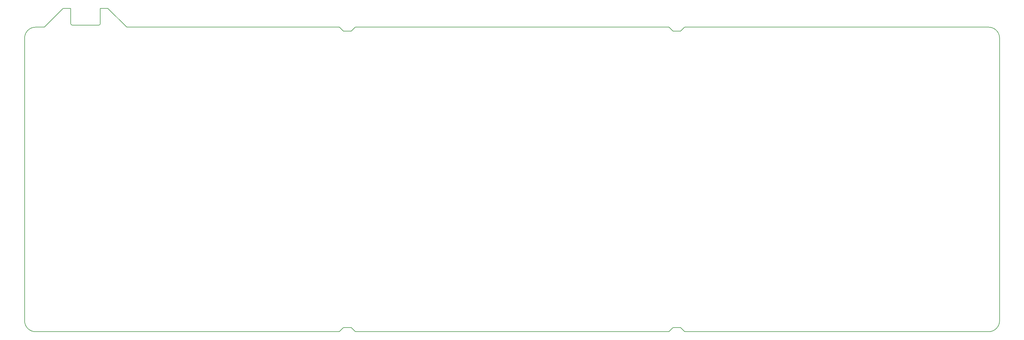
<source format=gm1>
%TF.GenerationSoftware,KiCad,Pcbnew,(2017-09-19 revision dddaa7e69)-makepkg*%
%TF.CreationDate,2017-11-22T14:32:36-05:00*%
%TF.ProjectId,WhiteFox,5768697465466F782E6B696361645F70,1.1c*%
%TF.SameCoordinates,Original*%
%TF.FileFunction,Profile,NP*%
%FSLAX46Y46*%
G04 Gerber Fmt 4.6, Leading zero omitted, Abs format (unit mm)*
G04 Created by KiCad (PCBNEW (2017-09-19 revision dddaa7e69)-makepkg) date 11/22/17 14:32:36*
%MOMM*%
%LPD*%
G01*
G04 APERTURE LIST*
%ADD10C,0.127000*%
G04 APERTURE END LIST*
D10*
X149225000Y-76200000D02*
X82727800Y-76200000D01*
X257175000Y-76200000D02*
X352171000Y-76200000D01*
X154178000Y-76200000D02*
X252222000Y-76200000D01*
X150495000Y-77470000D02*
X152908000Y-77470000D01*
X149225000Y-76200000D02*
X150495000Y-77470000D01*
X154178000Y-76200000D02*
X152908000Y-77470000D01*
X253492000Y-77470000D02*
X255905000Y-77470000D01*
X252222000Y-76200000D02*
X253492000Y-77470000D01*
X257175000Y-76200000D02*
X255905000Y-77470000D01*
X149225000Y-171450000D02*
X54229000Y-171450000D01*
X252222000Y-171450000D02*
X154178000Y-171450000D01*
X257175000Y-171450000D02*
X352171000Y-171450000D01*
X149225000Y-171450000D02*
X150495000Y-170180000D01*
X154178000Y-171450000D02*
X152908000Y-170180000D01*
X152908000Y-170180000D02*
X150495000Y-170180000D01*
X255905000Y-170180000D02*
X253492000Y-170180000D01*
X257175000Y-171450000D02*
X255905000Y-170180000D01*
X252222000Y-171450000D02*
X253492000Y-170180000D01*
X73964800Y-75590400D02*
G75*
G03X74472800Y-75082400I0J508000D01*
G01*
X65227200Y-75082400D02*
G75*
G03X65735200Y-75590400I508000J0D01*
G01*
X65227200Y-70307200D02*
X65227200Y-75082400D01*
X62865000Y-70307200D02*
X65227200Y-70307200D01*
X73964800Y-75590400D02*
X65735200Y-75590400D01*
X74472800Y-70307200D02*
X74472800Y-75082400D01*
X76835000Y-70307200D02*
X74472800Y-70307200D01*
X56972200Y-76200000D02*
X54229000Y-76200000D01*
X62865000Y-70307200D02*
X56972200Y-76200000D01*
X76835000Y-70307200D02*
X82727800Y-76200000D01*
X50800000Y-168021000D02*
X50800000Y-79629000D01*
X355600000Y-79629000D02*
X355600000Y-168021000D01*
X54229000Y-76200000D02*
G75*
G03X50800000Y-79629000I0J-3429000D01*
G01*
X50800000Y-168021000D02*
G75*
G03X54229000Y-171450000I3429000J0D01*
G01*
X352171000Y-171450000D02*
G75*
G03X355600000Y-168021000I0J3429000D01*
G01*
X355600000Y-79629000D02*
G75*
G03X352171000Y-76200000I-3429000J0D01*
G01*
M02*

</source>
